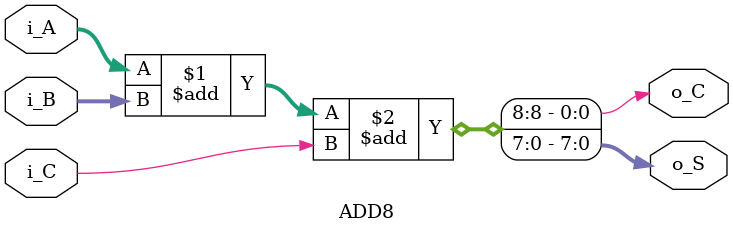
<source format=v>
module ADD8 (i_A, i_B, i_C, o_S, o_C);
	input [7:0] i_A, i_B;
	input i_C;
	output [7:0] o_S;
	output o_C;

	assign {o_C, o_S} = i_A + i_B + i_C;
endmodule


</source>
